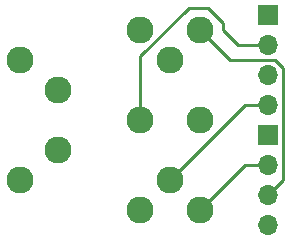
<source format=gbl>
G04 #@! TF.GenerationSoftware,KiCad,Pcbnew,(5.1.8)-1*
G04 #@! TF.CreationDate,2022-10-25T22:50:25+09:00*
G04 #@! TF.ProjectId,DIN8,44494e38-2e6b-4696-9361-645f70636258,rev?*
G04 #@! TF.SameCoordinates,PX48ab840PY9765530*
G04 #@! TF.FileFunction,Copper,L2,Bot*
G04 #@! TF.FilePolarity,Positive*
%FSLAX46Y46*%
G04 Gerber Fmt 4.6, Leading zero omitted, Abs format (unit mm)*
G04 Created by KiCad (PCBNEW (5.1.8)-1) date 2022-10-25 22:50:25*
%MOMM*%
%LPD*%
G01*
G04 APERTURE LIST*
G04 #@! TA.AperFunction,ComponentPad*
%ADD10O,1.700000X1.700000*%
G04 #@! TD*
G04 #@! TA.AperFunction,ComponentPad*
%ADD11R,1.700000X1.700000*%
G04 #@! TD*
G04 #@! TA.AperFunction,ComponentPad*
%ADD12C,2.283000*%
G04 #@! TD*
G04 #@! TA.AperFunction,Conductor*
%ADD13C,0.250000*%
G04 #@! TD*
G04 APERTURE END LIST*
D10*
X23495000Y1905000D03*
X23495000Y4445000D03*
X23495000Y6985000D03*
D11*
X23495000Y9525000D03*
D10*
X23495000Y12065000D03*
X23495000Y14605000D03*
X23495000Y17145000D03*
D11*
X23495000Y19685000D03*
D12*
X5715000Y8255000D03*
X5715000Y13335000D03*
X2540000Y5715000D03*
X2540000Y15875000D03*
X17780000Y10795000D03*
X17780000Y18415000D03*
X17780000Y3175000D03*
X15240000Y15875000D03*
X15240000Y5715000D03*
X12700000Y18415000D03*
X12700000Y3175000D03*
X12700000Y10795000D03*
D13*
X24765000Y5715000D02*
X23495000Y4445000D01*
X24765000Y15240000D02*
X24765000Y5715000D01*
X24130000Y15875000D02*
X24765000Y15240000D01*
X20320000Y15875000D02*
X24130000Y15875000D01*
X17780000Y18415000D02*
X20320000Y15875000D01*
X17780000Y3175000D02*
X21590000Y6985000D01*
X23495000Y6985000D02*
X21590000Y6985000D01*
X15240000Y5715000D02*
X21590000Y12065000D01*
X23495000Y12065000D02*
X21590000Y12065000D01*
X20955000Y17145000D02*
X23495000Y17145000D01*
X19685000Y19050000D02*
X19685000Y18415000D01*
X19685000Y18415000D02*
X20955000Y17145000D01*
X18415000Y20320000D02*
X19685000Y19050000D01*
X16775422Y20320000D02*
X18415000Y20320000D01*
X12700000Y16244578D02*
X16775422Y20320000D01*
X12700000Y10795000D02*
X12700000Y16244578D01*
M02*

</source>
